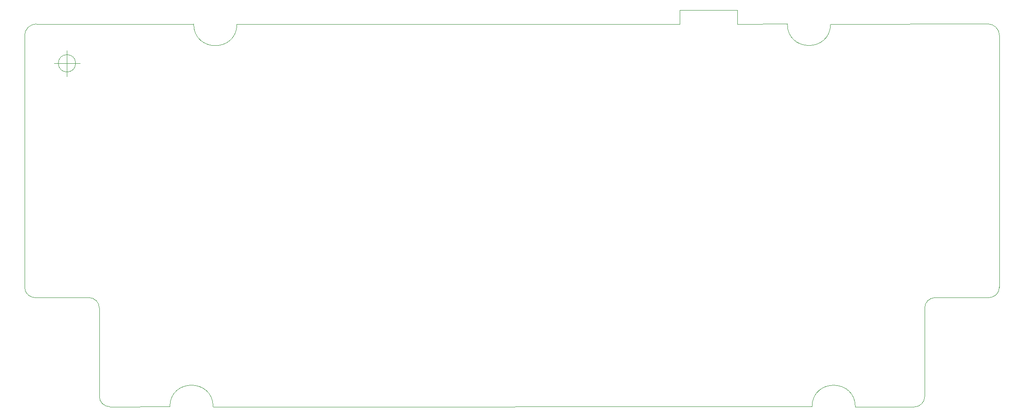
<source format=gbr>
G04 #@! TF.GenerationSoftware,KiCad,Pcbnew,(5.1.4-0)*
G04 #@! TF.CreationDate,2021-05-12T17:49:12+10:00*
G04 #@! TF.ProjectId,ble,626c652e-6b69-4636-9164-5f7063625858,rev?*
G04 #@! TF.SameCoordinates,Original*
G04 #@! TF.FileFunction,Profile,NP*
%FSLAX46Y46*%
G04 Gerber Fmt 4.6, Leading zero omitted, Abs format (unit mm)*
G04 Created by KiCad (PCBNEW (5.1.4-0)) date 2021-05-12 17:49:12*
%MOMM*%
%LPD*%
G04 APERTURE LIST*
%ADD10C,0.050000*%
%ADD11C,0.100000*%
G04 APERTURE END LIST*
D10*
X1666666Y0D02*
G75*
G03X1666666Y0I-1666666J0D01*
G01*
X-2500000Y0D02*
X2500000Y0D01*
X0Y2500000D02*
X0Y-2500000D01*
D11*
X-8150000Y-43140000D02*
X-8150200Y5330000D01*
D10*
X179560200Y5349800D02*
G75*
G03X177310000Y7600000I-2250200J0D01*
G01*
X117980000Y7580000D02*
X32738800Y7527010D01*
X163160000Y-66210000D02*
X151810000Y-66200000D01*
X19810000Y-66147010D02*
X8240000Y-66170000D01*
X151810002Y-66200000D02*
G75*
G03X143470220Y-66157010I-4170002J0D01*
G01*
X6230000Y-64160000D02*
G75*
G03X8240000Y-66170000I2010000J0D01*
G01*
X167180000Y-45150000D02*
X177540000Y-45150000D01*
X177540000Y-45150000D02*
G75*
G03X179550000Y-43140000I0J2010000D01*
G01*
X165170000Y-64200000D02*
X165170000Y-47160000D01*
X167180000Y-45150000D02*
G75*
G03X165170000Y-47160000I0J-2010000D01*
G01*
X163160000Y-66210000D02*
G75*
G03X165170000Y-64200000I0J2010000D01*
G01*
X-5900000Y7580200D02*
G75*
G03X-8150200Y5330000I0J-2250200D01*
G01*
X6230000Y-47160000D02*
G75*
G03X4220000Y-45150000I-2010000J0D01*
G01*
X138710000Y7600000D02*
G75*
G03X147049782Y7557010I4170002J0D01*
G01*
X-5900000Y7580200D02*
X24399018Y7570000D01*
X28149782Y-66190000D02*
G75*
G03X19810000Y-66147010I-4170002J0D01*
G01*
D11*
X179560200Y5349800D02*
X179550000Y-43140000D01*
D10*
X-8150000Y-43140000D02*
G75*
G03X-6140000Y-45150000I2010000J0D01*
G01*
X117980000Y7580000D02*
X117980000Y10240000D01*
X177310000Y7600000D02*
X147049780Y7557010D01*
D11*
X143470220Y-66157010D02*
X28149782Y-66190000D01*
D10*
X4220000Y-45150000D02*
X-6140000Y-45150000D01*
X117980000Y10240000D02*
X129070000Y10240000D01*
X24399018Y7570000D02*
G75*
G03X32738800Y7527010I4170002J0D01*
G01*
X6230000Y-64160000D02*
X6230000Y-47160000D01*
X129070000Y10240000D02*
X129070000Y7580000D01*
X129070000Y7580000D02*
X138710000Y7600000D01*
M02*

</source>
